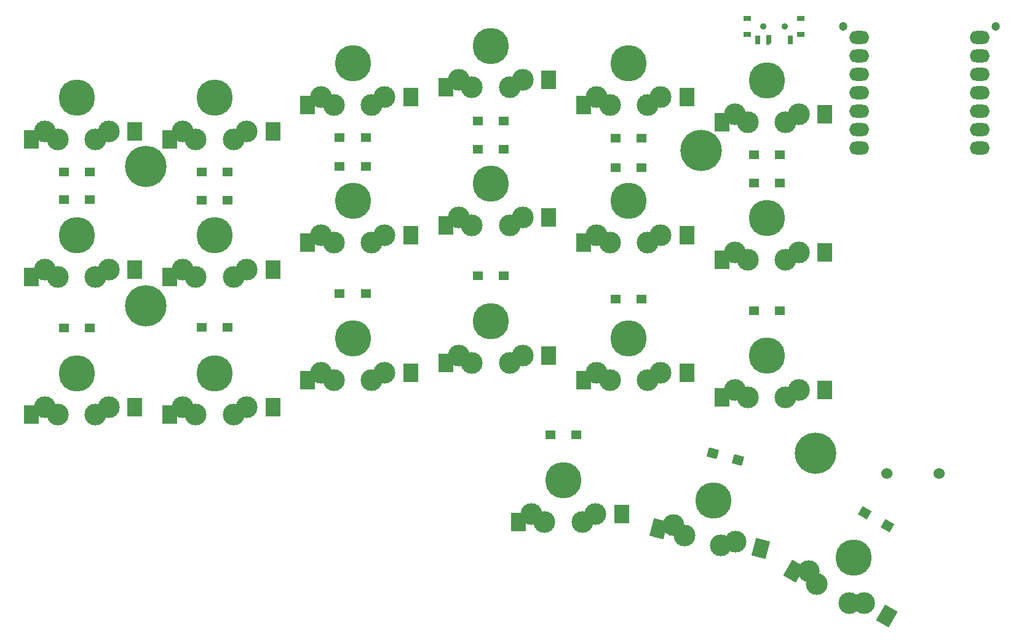
<source format=gts>
%TF.GenerationSoftware,KiCad,Pcbnew,8.0.5*%
%TF.CreationDate,2025-01-25T20:09:07+02:00*%
%TF.ProjectId,1_3,315f332e-6b69-4636-9164-5f7063625858,rev?*%
%TF.SameCoordinates,Original*%
%TF.FileFunction,Soldermask,Top*%
%TF.FilePolarity,Negative*%
%FSLAX46Y46*%
G04 Gerber Fmt 4.6, Leading zero omitted, Abs format (unit mm)*
G04 Created by KiCad (PCBNEW 8.0.5) date 2025-01-25 20:09:07*
%MOMM*%
%LPD*%
G01*
G04 APERTURE LIST*
G04 Aperture macros list*
%AMRotRect*
0 Rectangle, with rotation*
0 The origin of the aperture is its center*
0 $1 length*
0 $2 width*
0 $3 Rotation angle, in degrees counterclockwise*
0 Add horizontal line*
21,1,$1,$2,0,0,$3*%
%AMOutline5P*
0 Free polygon, 5 corners , with rotation*
0 The origin of the aperture is its center*
0 number of corners: always 5*
0 $1 to $10 corner X, Y*
0 $11 Rotation angle, in degrees counterclockwise*
0 create outline with 5 corners*
4,1,5,$1,$2,$3,$4,$5,$6,$7,$8,$9,$10,$1,$2,$11*%
%AMOutline6P*
0 Free polygon, 6 corners , with rotation*
0 The origin of the aperture is its center*
0 number of corners: always 6*
0 $1 to $12 corner X, Y*
0 $13 Rotation angle, in degrees counterclockwise*
0 create outline with 6 corners*
4,1,6,$1,$2,$3,$4,$5,$6,$7,$8,$9,$10,$11,$12,$1,$2,$13*%
%AMOutline7P*
0 Free polygon, 7 corners , with rotation*
0 The origin of the aperture is its center*
0 number of corners: always 7*
0 $1 to $14 corner X, Y*
0 $15 Rotation angle, in degrees counterclockwise*
0 create outline with 7 corners*
4,1,7,$1,$2,$3,$4,$5,$6,$7,$8,$9,$10,$11,$12,$13,$14,$1,$2,$15*%
%AMOutline8P*
0 Free polygon, 8 corners , with rotation*
0 The origin of the aperture is its center*
0 number of corners: always 8*
0 $1 to $16 corner X, Y*
0 $17 Rotation angle, in degrees counterclockwise*
0 create outline with 8 corners*
4,1,8,$1,$2,$3,$4,$5,$6,$7,$8,$9,$10,$11,$12,$13,$14,$15,$16,$1,$2,$17*%
G04 Aperture macros list end*
%ADD10C,3.000000*%
%ADD11C,5.000000*%
%ADD12RotRect,2.000000X2.500000X330.000000*%
%ADD13R,2.000000X2.500000*%
%ADD14C,5.700000*%
%ADD15RotRect,2.000000X2.500000X345.000000*%
%ADD16C,1.524000*%
%ADD17RotRect,1.425000X1.300000X165.000000*%
%ADD18R,1.425000X1.300000*%
%ADD19RotRect,1.425000X1.300000X150.000000*%
%ADD20O,2.750000X1.800000*%
%ADD21C,1.200000*%
%ADD22R,1.000000X0.800000*%
%ADD23C,0.900000*%
%ADD24R,0.700000X1.280000*%
%ADD25Outline5P,-0.350000X0.640000X0.350000X0.640000X0.350000X-0.360000X0.070000X-0.640000X-0.350000X-0.640000X0.000000*%
G04 APERTURE END LIST*
D10*
X185316752Y-132289492D03*
X186350598Y-134098819D03*
D11*
X191477264Y-130419173D03*
D10*
X190853930Y-136698819D03*
X192937776Y-136689492D03*
D12*
X183232906Y-132298819D03*
X196055467Y-138489492D03*
D10*
X118100000Y-85940970D03*
X119900000Y-86990970D03*
D11*
X122500000Y-81240970D03*
D10*
X125100000Y-86990970D03*
X126900000Y-85940970D03*
D13*
X116300000Y-86990970D03*
X130500000Y-85940970D03*
D14*
X94000000Y-95700000D03*
X94000000Y-76500000D03*
D10*
X166668553Y-125924234D03*
X168135459Y-127404330D03*
D11*
X172135076Y-122523186D03*
D10*
X173158274Y-128750189D03*
X175168700Y-128201841D03*
D15*
X164658126Y-126472581D03*
X178646033Y-129133590D03*
D10*
X99100000Y-71690970D03*
X100900000Y-72740970D03*
D11*
X103500000Y-66990970D03*
D10*
X106100000Y-72740970D03*
X107900000Y-71690970D03*
D13*
X97300000Y-72740970D03*
X111500000Y-71690970D03*
D14*
X186200000Y-116000000D03*
D10*
X80100000Y-90690970D03*
X81900000Y-91740970D03*
D11*
X84500000Y-85990970D03*
D10*
X87100000Y-91740970D03*
X88900000Y-90690970D03*
D13*
X78300000Y-91740970D03*
X92500000Y-90690970D03*
D10*
X156100000Y-66940970D03*
X157900000Y-67990970D03*
D11*
X160500000Y-62240970D03*
D10*
X163100000Y-67990970D03*
X164900000Y-66940970D03*
D13*
X154300000Y-67990970D03*
X168500000Y-66940970D03*
D10*
X118100000Y-104940970D03*
X119900000Y-105990970D03*
D11*
X122500000Y-100240970D03*
D10*
X125100000Y-105990970D03*
X126900000Y-104940970D03*
D13*
X116300000Y-105990970D03*
X130500000Y-104940970D03*
D10*
X175100000Y-88315970D03*
X176900000Y-89365970D03*
D11*
X179500000Y-83615970D03*
D10*
X182100000Y-89365970D03*
X183900000Y-88315970D03*
D13*
X173300000Y-89365970D03*
X187500000Y-88315970D03*
D10*
X175100000Y-69315970D03*
X176900000Y-70365970D03*
D11*
X179500000Y-64615970D03*
D10*
X182100000Y-70365970D03*
X183900000Y-69315970D03*
D13*
X173300000Y-70365970D03*
X187500000Y-69315970D03*
D10*
X156100000Y-104940970D03*
X157900000Y-105990970D03*
D11*
X160500000Y-100240970D03*
D10*
X163100000Y-105990970D03*
X164900000Y-104940970D03*
D13*
X154300000Y-105990970D03*
X168500000Y-104940970D03*
D10*
X156100000Y-85940970D03*
X157900000Y-86990970D03*
D11*
X160500000Y-81240970D03*
D10*
X163100000Y-86990970D03*
X164900000Y-85940970D03*
D13*
X154300000Y-86990970D03*
X168500000Y-85940970D03*
D16*
X196044000Y-118806000D03*
X203244000Y-118806000D03*
D10*
X118100000Y-66940970D03*
X119900000Y-67990970D03*
D11*
X122500000Y-62240970D03*
D10*
X125100000Y-67990970D03*
X126900000Y-66940970D03*
D13*
X116300000Y-67990970D03*
X130500000Y-66940970D03*
D10*
X175100000Y-107315970D03*
X176900000Y-108365970D03*
D11*
X179500000Y-102615970D03*
D10*
X182100000Y-108365970D03*
X183900000Y-107315970D03*
D13*
X173300000Y-108365970D03*
X187500000Y-107315970D03*
D10*
X99100000Y-90690970D03*
X100900000Y-91740970D03*
D11*
X103500000Y-85990970D03*
D10*
X106100000Y-91740970D03*
X107900000Y-90690970D03*
D13*
X97300000Y-91740970D03*
X111500000Y-90690970D03*
D10*
X137100000Y-64565970D03*
X138900000Y-65615970D03*
D11*
X141500000Y-59865970D03*
D10*
X144100000Y-65615970D03*
X145900000Y-64565970D03*
D13*
X135300000Y-65615970D03*
X149500000Y-64565970D03*
D10*
X147100000Y-124440700D03*
X148900000Y-125490700D03*
D11*
X151500000Y-119740700D03*
D10*
X154100000Y-125490700D03*
X155900000Y-124440700D03*
D13*
X145300000Y-125490700D03*
X159500000Y-124440700D03*
D10*
X80100000Y-71690970D03*
X81900000Y-72740970D03*
D11*
X84500000Y-66990970D03*
D10*
X87100000Y-72740970D03*
X88900000Y-71690970D03*
D13*
X78300000Y-72740970D03*
X92500000Y-71690970D03*
D10*
X137100000Y-102565970D03*
X138900000Y-103615970D03*
D11*
X141500000Y-97865970D03*
D10*
X144100000Y-103615970D03*
X145900000Y-102565970D03*
D13*
X135300000Y-103615970D03*
X149500000Y-102565970D03*
D10*
X99100000Y-109690970D03*
X100900000Y-110740970D03*
D11*
X103500000Y-104990970D03*
D10*
X106100000Y-110740970D03*
X107900000Y-109690970D03*
D13*
X97300000Y-110740970D03*
X111500000Y-109690970D03*
D14*
X170500000Y-74300000D03*
D10*
X80100000Y-109690970D03*
X81900000Y-110740970D03*
D11*
X84500000Y-104990970D03*
D10*
X87100000Y-110740970D03*
X88900000Y-109690970D03*
D13*
X78300000Y-110740970D03*
X92500000Y-109690970D03*
D10*
X137100000Y-83565970D03*
X138900000Y-84615970D03*
D11*
X141500000Y-78865970D03*
D10*
X144100000Y-84615970D03*
X145900000Y-83565970D03*
D13*
X135300000Y-84615970D03*
X149500000Y-83565970D03*
D17*
X175526592Y-116962639D03*
X172073408Y-116037361D03*
D18*
X181287500Y-96400000D03*
X177712500Y-96400000D03*
D19*
X196121296Y-126043097D03*
X193025256Y-124255597D03*
D18*
X153287500Y-113500000D03*
X149712500Y-113500000D03*
X105287500Y-77300000D03*
X101712500Y-77300000D03*
X105287500Y-81197000D03*
X101712500Y-81197000D03*
X162287500Y-94800000D03*
X158712500Y-94800000D03*
X181287500Y-74900000D03*
X177712500Y-74900000D03*
X86287500Y-81070000D03*
X82712500Y-81070000D03*
X181287500Y-78800000D03*
X177712500Y-78800000D03*
X143287500Y-70200000D03*
X139712500Y-70200000D03*
X143287500Y-74100000D03*
X139712500Y-74100000D03*
D20*
X208794960Y-58696046D03*
X208794960Y-61236046D03*
X208794960Y-63776046D03*
X208794960Y-66316046D03*
X208794960Y-68856046D03*
X208794960Y-71396046D03*
X208794960Y-73936046D03*
X192205040Y-73936046D03*
X192205040Y-71396046D03*
X192205040Y-68856046D03*
X192205040Y-66316046D03*
X192205040Y-63776046D03*
X192205040Y-61236046D03*
X192205040Y-58696046D03*
D21*
X190000000Y-57216046D03*
X211000000Y-57216046D03*
D18*
X162287500Y-72600000D03*
X158712500Y-72600000D03*
X124287500Y-72500000D03*
X120712500Y-72500000D03*
X143287500Y-91600000D03*
X139712500Y-91600000D03*
X86287500Y-98800000D03*
X82712500Y-98800000D03*
X162287500Y-76700000D03*
X158712500Y-76700000D03*
D22*
X184150000Y-58300970D03*
X184150000Y-56080970D03*
D23*
X182000000Y-57190970D03*
X179000000Y-57190970D03*
D22*
X176850000Y-58300970D03*
X176850000Y-56080970D03*
D24*
X182750000Y-59060970D03*
D25*
X179750000Y-59060970D03*
D24*
X178250000Y-59060970D03*
D18*
X124287500Y-76500000D03*
X120712500Y-76500000D03*
X86287500Y-77260000D03*
X82712500Y-77260000D03*
X124287500Y-94000000D03*
X120712500Y-94000000D03*
X105287500Y-98700000D03*
X101712500Y-98700000D03*
M02*

</source>
